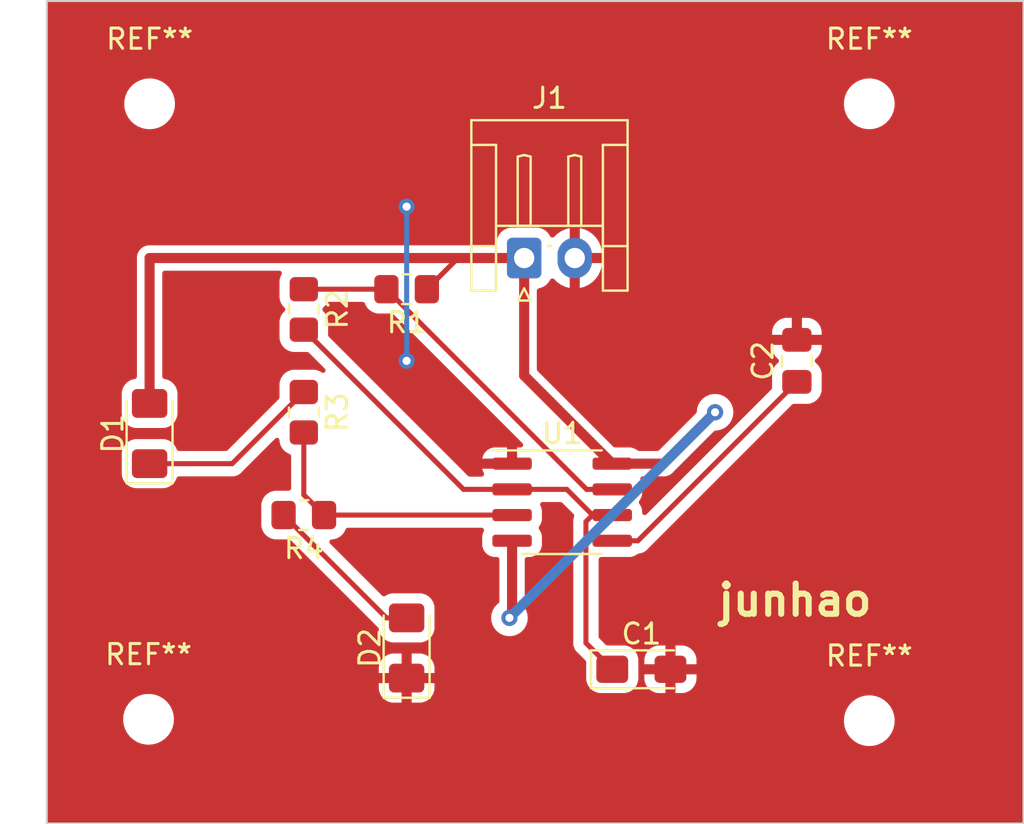
<source format=kicad_pcb>
(kicad_pcb (version 20221018) (generator pcbnew)
  (layers (0 "F.Cu" signal) (31 "B.Cu" signal) (34 "B.Paste" user) (35 "F.Paste" user) (36 "B.SilkS" user "B.Silkscreen") (37 "F.SilkS" user "F.Silkscreen") (38 "B.Mask" user) (39 "F.Mask" user) (44 "Edge.Cuts" user))
  (net 0 "")
  (net 1 "/pin_2")
  (net 2 "GND")
  (net 3 "Net-(U1-CV)")
  (net 4 "Net-(D1-K)")
  (net 5 "+9V")
  (net 6 "Net-(D2-A)")
  (net 7 "/pin_7")
  (net 8 "/pin_3")
  (footprint "MountingHole:MountingHole_2mm" (layer "F.Cu") (at 185.42 119.38)
    (fp_text reference "REF**" (at 0 -3.2) (layer "F.SilkS"))
    (fp_text value "MountingHole_2mm")
    (pad "" np_thru_hole circle (at 0 0) (size 2 2) (drill 2) (layers "F&B.Cu" "*.Mask"))
  )
  (footprint "Resistor_SMD:R_0805_2012Metric_Pad1.20x1.40mm_HandSolder" (layer "F.Cu") (at 157.48 109.22 180)
    (fp_text reference "R4" (at 0 -1.65) (layer "F.SilkS"))
    (fp_text value "1k")
    (fp_line (start -0.227064 -0.735) (end 0.227064 -0.735) (stroke (width 0.12)) (layer "F.SilkS"))
    (fp_line (start -0.227064 0.735) (end 0.227064 0.735) (stroke (width 0.12)) (layer "F.SilkS"))
    (pad "1" smd roundrect (at -1 0 180) (size 1.2 1.4) (layers "F.Cu" "F.Paste" "F.Mask") (roundrect_rratio 0.208333) (net 8 "/pin_3"))
    (pad "2" smd roundrect (at 1 0 180) (size 1.2 1.4) (layers "F.Cu" "F.Paste" "F.Mask") (roundrect_rratio 0.208333) (net 6 "Net-(D2-A)"))
  )
  (footprint "Package_SO:SOIC-8_3.9x4.9mm_P1.27mm" (layer "F.Cu") (at 170.245 108.585)
    (fp_text reference "U1" (at 0 -3.4) (layer "F.SilkS"))
    (fp_text value "NE555D")
    (fp_line (start 0 -2.56) (end -3.45 -2.56) (stroke (width 0.12)) (layer "F.SilkS"))
    (fp_line (start 0 -2.56) (end 1.95 -2.56) (stroke (width 0.12)) (layer "F.SilkS"))
    (fp_line (start 0 2.56) (end -1.95 2.56) (stroke (width 0.12)) (layer "F.SilkS"))
    (fp_line (start 0 2.56) (end 1.95 2.56) (stroke (width 0.12)) (layer "F.SilkS"))
    (pad "1" smd roundrect (at -2.475 -1.905) (size 1.95 0.6) (layers "F.Cu" "F.Paste" "F.Mask") (net 2 "GND"))
    (pad "2" smd roundrect (at -2.475 -0.635) (size 1.95 0.6) (layers "F.Cu" "F.Paste" "F.Mask") (net 1 "/pin_2"))
    (pad "3" smd roundrect (at -2.475 0.635) (size 1.95 0.6) (layers "F.Cu" "F.Paste" "F.Mask") (net 8 "/pin_3"))
    (pad "4" smd roundrect (at -2.475 1.905) (size 1.95 0.6) (layers "F.Cu" "F.Paste" "F.Mask") (net 5 "+9V"))
    (pad "5" smd roundrect (at 2.475 1.905) (size 1.95 0.6) (layers "F.Cu" "F.Paste" "F.Mask") (net 3 "Net-(U1-CV)"))
    (pad "6" smd roundrect (at 2.475 0.635) (size 1.95 0.6) (layers "F.Cu" "F.Paste" "F.Mask") (net 1 "/pin_2"))
    (pad "7" smd roundrect (at 2.475 -0.635) (size 1.95 0.6) (layers "F.Cu" "F.Paste" "F.Mask") (net 7 "/pin_7"))
    (pad "8" smd roundrect (at 2.475 -1.905) (size 1.95 0.6) (layers "F.Cu" "F.Paste" "F.Mask") (net 5 "+9V"))
  )
  (footprint "Resistor_SMD:R_0805_2012Metric_Pad1.20x1.40mm_HandSolder" (layer "F.Cu") (at 157.48 99.06 -90)
    (fp_text reference "R2" (at 0 -1.65 90) (layer "F.SilkS"))
    (fp_text value "10k")
    (fp_line (start -0.227064 -0.735) (end 0.227064 -0.735) (stroke (width 0.12)) (layer "F.SilkS"))
    (fp_line (start -0.227064 0.735) (end 0.227064 0.735) (stroke (width 0.12)) (layer "F.SilkS"))
    (pad "1" smd roundrect (at -1 0 270) (size 1.2 1.4) (layers "F.Cu" "F.Paste" "F.Mask") (roundrect_rratio 0.208333) (net 7 "/pin_7"))
    (pad "2" smd roundrect (at 1 0 270) (size 1.2 1.4) (layers "F.Cu" "F.Paste" "F.Mask") (roundrect_rratio 0.208333) (net 1 "/pin_2"))
  )
  (footprint "MountingHole:MountingHole_2mm" (layer "F.Cu") (at 149.807335 119.311655)
    (fp_text reference "REF**" (at 0 -3.2) (layer "F.SilkS"))
    (fp_text value "MountingHole_2mm")
    (pad "" np_thru_hole circle (at 0 0) (size 2 2) (drill 2) (layers "F&B.Cu" "*.Mask"))
  )
  (footprint "MountingHole:MountingHole_2mm" (layer "F.Cu") (at 149.86 88.9)
    (fp_text reference "REF**" (at 0 -3.2) (layer "F.SilkS"))
    (fp_text value "MountingHole_2mm")
    (pad "" np_thru_hole circle (at 0 0) (size 2 2) (drill 2) (layers "F&B.Cu" "*.Mask"))
  )
  (footprint "Resistor_SMD:R_0805_2012Metric_Pad1.20x1.40mm_HandSolder" (layer "F.Cu") (at 157.48 104.14 -90)
    (fp_text reference "R3" (at 0 -1.65 90) (layer "F.SilkS"))
    (fp_text value "1k")
    (fp_line (start -0.227064 -0.735) (end 0.227064 -0.735) (stroke (width 0.12)) (layer "F.SilkS"))
    (fp_line (start -0.227064 0.735) (end 0.227064 0.735) (stroke (width 0.12)) (layer "F.SilkS"))
    (pad "1" smd roundrect (at -1 0 270) (size 1.2 1.4) (layers "F.Cu" "F.Paste" "F.Mask") (roundrect_rratio 0.208333) (net 4 "Net-(D1-K)"))
    (pad "2" smd roundrect (at 1 0 270) (size 1.2 1.4) (layers "F.Cu" "F.Paste" "F.Mask") (roundrect_rratio 0.208333) (net 8 "/pin_3"))
  )
  (footprint "LED_SMD:LED_1206_3216Metric_Pad1.42x1.75mm_HandSolder" (layer "F.Cu") (at 149.86 105.1925 90)
    (fp_text reference "D1" (at 0 -1.82 90) (layer "F.SilkS"))
    (fp_text value "LED")
    (fp_line (start -2.46 -1.135) (end -2.46 1.135) (stroke (width 0.12)) (layer "F.SilkS"))
    (fp_line (start -2.46 1.135) (end 1.6 1.135) (stroke (width 0.12)) (layer "F.SilkS"))
    (fp_line (start 1.6 -1.135) (end -2.46 -1.135) (stroke (width 0.12)) (layer "F.SilkS"))
    (pad "1" smd roundrect (at -1.4875 0 90) (size 1.425 1.75) (layers "F.Cu" "F.Paste" "F.Mask") (roundrect_rratio 0.175439) (net 4 "Net-(D1-K)"))
    (pad "2" smd roundrect (at 1.4875 0 90) (size 1.425 1.75) (layers "F.Cu" "F.Paste" "F.Mask") (roundrect_rratio 0.175439) (net 5 "+9V"))
  )
  (footprint "MountingHole:MountingHole_2mm" (layer "F.Cu") (at 185.42 88.9)
    (fp_text reference "REF**" (at 0 -3.2) (layer "F.SilkS"))
    (fp_text value "MountingHole_2mm")
    (pad "" np_thru_hole circle (at 0 0) (size 2 2) (drill 2) (layers "*.Cu" "*.Mask"))
  )
  (footprint "Resistor_SMD:R_0805_2012Metric_Pad1.20x1.40mm_HandSolder" (layer "F.Cu") (at 162.56 98.06 180)
    (fp_text reference "R1" (at 0 -1.65) (layer "F.SilkS"))
    (fp_text value "1k")
    (fp_line (start -0.227064 -0.735) (end 0.227064 -0.735) (stroke (width 0.12)) (layer "F.SilkS"))
    (fp_line (start -0.227064 0.735) (end 0.227064 0.735) (stroke (width 0.12)) (layer "F.SilkS"))
    (pad "1" smd roundrect (at -1 0 180) (size 1.2 1.4) (layers "F.Cu" "F.Paste" "F.Mask") (roundrect_rratio 0.208333) (net 5 "+9V"))
    (pad "2" smd roundrect (at 1 0 180) (size 1.2 1.4) (layers "F.Cu" "F.Paste" "F.Mask") (roundrect_rratio 0.208333) (net 7 "/pin_7"))
  )
  (footprint "LED_SMD:LED_1206_3216Metric_Pad1.42x1.75mm_HandSolder" (layer "F.Cu") (at 162.56 115.7875 90)
    (fp_text reference "D2" (at 0 -1.82 90) (layer "F.SilkS"))
    (fp_text value "LED")
    (fp_line (start -2.46 -1.135) (end -2.46 1.135) (stroke (width 0.12)) (layer "F.SilkS"))
    (fp_line (start -2.46 1.135) (end 1.6 1.135) (stroke (width 0.12)) (layer "F.SilkS"))
    (fp_line (start 1.6 -1.135) (end -2.46 -1.135) (stroke (width 0.12)) (layer "F.SilkS"))
    (pad "1" smd roundrect (at -1.4875 0 90) (size 1.425 1.75) (layers "F.Cu" "F.Paste" "F.Mask") (roundrect_rratio 0.175439) (net 2 "GND"))
    (pad "2" smd roundrect (at 1.4875 0 90) (size 1.425 1.75) (layers "F.Cu" "F.Paste" "F.Mask") (roundrect_rratio 0.175439) (net 6 "Net-(D2-A)"))
  )
  (footprint "Capacitor_Tantalum_SMD:CP_EIA-3216-18_Kemet-A_Pad1.58x1.35mm_HandSolder" (layer "F.Cu") (at 174.1575 116.84)
    (fp_text reference "C1" (at 0 -1.75) (layer "F.SilkS"))
    (fp_text value "10uF")
    (fp_line (start -2.485 -0.935) (end -2.485 0.935) (stroke (width 0.12)) (layer "F.SilkS"))
    (fp_line (start -2.485 0.935) (end 1.6 0.935) (stroke (width 0.12)) (layer "F.SilkS"))
    (fp_line (start 1.6 -0.935) (end -2.485 -0.935) (stroke (width 0.12)) (layer "F.SilkS"))
    (pad "1" smd roundrect (at -1.4375 0) (size 1.575 1.35) (layers "F.Cu" "F.Paste" "F.Mask") (roundrect_rratio 0.185185) (net 1 "/pin_2"))
    (pad "2" smd roundrect (at 1.4375 0) (size 1.575 1.35) (layers "F.Cu" "F.Paste" "F.Mask") (roundrect_rratio 0.185185) (net 2 "GND"))
  )
  (footprint "Connector_JST:JST_EH_S2B-EH_1x02_P2.50mm_Horizontal" (layer "F.Cu") (at 168.3675 96.52)
    (fp_text reference "J1" (at 1.25 -7.9) (layer "F.SilkS"))
    (fp_text value "Conn_01x02_Pin")
    (fp_line (start -2.61 -6.81) (end 5.11 -6.81) (stroke (width 0.12)) (layer "F.SilkS"))
    (fp_line (start -2.61 -5.59) (end -1.39 -5.59) (stroke (width 0.12)) (layer "F.SilkS"))
    (fp_line (start -2.61 1.61) (end -2.61 -6.81) (stroke (width 0.12)) (layer "F.SilkS"))
    (fp_line (start -1.39 -5.59) (end -1.39 -0.59) (stroke (width 0.12)) (layer "F.SilkS"))
    (fp_line (start -1.39 -1.59) (end 3.89 -1.59) (stroke (width 0.12)) (layer "F.SilkS"))
    (fp_line (start -1.39 -0.59) (end -2.61 -0.59) (stroke (width 0.12)) (layer "F.SilkS"))
    (fp_line (start -1.39 -0.59) (end -1.39 1.61) (stroke (width 0.12)) (layer "F.SilkS"))
    (fp_line (start -1.39 1.61) (end -2.61 1.61) (stroke (width 0.12)) (layer "F.SilkS"))
    (fp_line (start -0.32 -5.01) (end 0 -5.09) (stroke (width 0.12)) (layer "F.SilkS"))
    (fp_line (start -0.32 -1.59) (end -0.32 -5.01) (stroke (width 0.12)) (layer "F.SilkS"))
    (fp_line (start -0.3 2.1) (end 0.3 2.1) (stroke (width 0.12)) (layer "F.SilkS"))
    (fp_line (start 0 -5.09) (end 0.32 -5.01) (stroke (width 0.12)) (layer "F.SilkS"))
    (fp_line (start 0 -1.59) (end -0.32 -1.59) (stroke (width 0.12)) (layer "F.SilkS"))
    (fp_line (start 0 1.5) (end -0.3 2.1) (stroke (width 0.12)) (layer "F.SilkS"))
    (fp_line (start 0.3 2.1) (end 0 1.5) (stroke (width 0.12)) (layer "F.SilkS"))
    (fp_line (start 0.32 -5.01) (end 0.32 -1.59) (stroke (width 0.12)) (layer "F.SilkS"))
    (fp_line (start 0.32 -1.59) (end 0 -1.59) (stroke (width 0.12)) (layer "F.SilkS"))
    (fp_line (start 1.17 -0.59) (end 1.33 -0.59) (stroke (width 0.12)) (layer "F.SilkS"))
    (fp_line (start 2.18 -5.01) (end 2.5 -5.09) (stroke (width 0.12)) (layer "F.SilkS"))
    (fp_line (start 2.18 -1.59) (end 2.18 -5.01) (stroke (width 0.12)) (layer "F.SilkS"))
    (fp_line (start 2.5 -5.09) (end 2.82 -5.01) (stroke (width 0.12)) (layer "F.SilkS"))
    (fp_line (start 2.5 -1.59) (end 2.18 -1.59) (stroke (width 0.12)) (layer "F.SilkS"))
    (fp_line (start 2.82 -5.01) (end 2.82 -1.59) (stroke (width 0.12)) (layer "F.SilkS"))
    (fp_line (start 2.82 -1.59) (end 2.5 -1.59) (stroke (width 0.12)) (layer "F.SilkS"))
    (fp_line (start 3.89 -5.59) (end 3.89 -0.59) (stroke (width 0.12)) (layer "F.SilkS"))
    (fp_line (start 3.89 -0.59) (end 5.11 -0.59) (stroke (width 0.12)) (layer "F.SilkS"))
    (fp_line (start 3.89 1.61) (end 3.89 -0.59) (stroke (width 0.12)) (layer "F.SilkS"))
    (fp_line (start 5.11 -6.81) (end 5.11 1.61) (stroke (width 0.12)) (layer "F.SilkS"))
    (fp_line (start 5.11 -5.59) (end 3.89 -5.59) (stroke (width 0.12)) (layer "F.SilkS"))
    (fp_line (start 5.11 1.61) (end 3.89 1.61) (stroke (width 0.12)) (layer "F.SilkS"))
    (pad "1" thru_hole roundrect (at 0 0) (size 1.7 2) (drill 1) (layers "*.Cu" "*.Mask") (roundrect_rratio 0.147059) (net 5 "+9V"))
    (pad "2" thru_hole oval (at 2.5 0) (size 1.7 2) (drill 1) (layers "*.Cu" "*.Mask") (net 2 "GND"))
  )
  (footprint "Capacitor_SMD:C_0805_2012Metric_Pad1.18x1.45mm_HandSolder" (layer "F.Cu") (at 181.8425 101.6 90)
    (fp_text reference "C2" (at 0 -1.68 90) (layer "F.SilkS"))
    (fp_text value "0.01uF")
    (fp_line (start -0.261252 -0.735) (end 0.261252 -0.735) (stroke (width 0.12)) (layer "F.SilkS"))
    (fp_line (start -0.261252 0.735) (end 0.261252 0.735) (stroke (width 0.12)) (layer "F.SilkS"))
    (pad "1" smd roundrect (at -1.0375 0 90) (size 1.175 1.45) (layers "F.Cu" "F.Paste" "F.Mask") (roundrect_rratio 0.212766) (net 3 "Net-(U1-CV)"))
    (pad "2" smd roundrect (at 1.0375 0 90) (size 1.175 1.45) (layers "F.Cu" "F.Paste" "F.Mask") (roundrect_rratio 0.212766) (net 2 "GND"))
  )
  (gr_rect (start 144.78 83.82) (end 193.04 124.46) (stroke (width 0.1)) (fill none) (layer "Edge.Cuts"))
  (gr_text "junhao" (at 177.8 114.3) (layer "F.SilkS") (effects (font (size 1.5 1.5) (thickness 0.3) bold) (justify left bottom)))
  (segment (start 172.72 116.84) (end 171.42 115.54) (width 0.25) (layer "F.Cu") (net 1))
  (segment (start 171.42 115.54) (end 171.42 109.545001) (width 0.25) (layer "F.Cu") (net 1))
  (segment (start 170.475001 107.95) (end 167.77 107.95) (width 0.25) (layer "F.Cu") (net 1))
  (segment (start 157.48 100.06) (end 165.37 107.95) (width 0.25) (layer "F.Cu") (net 1))
  (segment (start 172.72 109.22) (end 171.745001 109.22) (width 0.25) (layer "F.Cu") (net 1))
  (segment (start 165.37 107.95) (end 167.77 107.95) (width 0.25) (layer "F.Cu") (net 1))
  (segment (start 171.745001 109.22) (end 170.475001 107.95) (width 0.25) (layer "F.Cu") (net 1))
  (segment (start 171.42 109.545001) (end 171.745001 109.22) (width 0.25) (layer "F.Cu") (net 1))
  (via (at 162.56 93.98) (size 0.8) (drill 0.4) (layers "F.Cu" "B.Cu") (net 2))
  (via (at 162.56 101.6) (size 0.8) (drill 0.4) (layers "F.Cu" "B.Cu") (net 2))
  (segment (start 162.56 101.6) (end 162.56 93.98) (width 0.25) (layer "B.Cu") (net 2))
  (segment (start 173.99 110.49) (end 172.72 110.49) (width 0.25) (layer "F.Cu") (net 3))
  (segment (start 181.8425 102.6375) (end 173.99 110.49) (width 0.25) (layer "F.Cu") (net 3))
  (segment (start 153.94 106.68) (end 157.48 103.14) (width 0.25) (layer "F.Cu") (net 4))
  (segment (start 149.86 106.68) (end 153.94 106.68) (width 0.25) (layer "F.Cu") (net 4))
  (segment (start 167.77 110.49) (end 167.77 114.17) (width 0.5) (layer "F.Cu") (net 5))
  (segment (start 168.3675 102.3275) (end 172.72 106.68) (width 0.5) (layer "F.Cu") (net 5))
  (segment (start 149.86 96.52) (end 149.86 103.705) (width 0.5) (layer "F.Cu") (net 5))
  (segment (start 177.8 104.14) (end 175.26 106.68) (width 0.25) (layer "F.Cu") (net 5))
  (segment (start 168.3675 96.52) (end 168.3675 102.3275) (width 0.5) (layer "F.Cu") (net 5))
  (segment (start 165.1 96.52) (end 163.56 98.06) (width 0.25) (layer "F.Cu") (net 5))
  (segment (start 175.26 106.68) (end 172.72 106.68) (width 0.5) (layer "F.Cu") (net 5))
  (segment (start 167.77 114.17) (end 167.64 114.3) (width 0.25) (layer "F.Cu") (net 5))
  (segment (start 168.3675 96.52) (end 165.1 96.52) (width 0.25) (layer "F.Cu") (net 5))
  (segment (start 168.3675 96.52) (end 149.86 96.52) (width 0.5) (layer "F.Cu") (net 5))
  (via (at 177.8 104.14) (size 0.8) (drill 0.4) (layers "F.Cu" "B.Cu") (net 5))
  (via (at 167.64 114.3) (size 0.8) (drill 0.4) (layers "F.Cu" "B.Cu") (net 5))
  (segment (start 167.64 114.3) (end 177.8 104.14) (width 0.5) (layer "B.Cu") (net 5))
  (segment (start 161.56 114.3) (end 156.48 109.22) (width 0.25) (layer "F.Cu") (net 6))
  (segment (start 162.56 114.3) (end 161.56 114.3) (width 0.25) (layer "F.Cu") (net 6))
  (segment (start 161.56 98.06) (end 171.45 107.95) (width 0.25) (layer "F.Cu") (net 7))
  (segment (start 157.48 98.06) (end 161.56 98.06) (width 0.25) (layer "F.Cu") (net 7))
  (segment (start 171.45 107.95) (end 172.72 107.95) (width 0.25) (layer "F.Cu") (net 7))
  (segment (start 157.48 105.14) (end 157.48 108.22) (width 0.25) (layer "F.Cu") (net 8))
  (segment (start 158.48 109.22) (end 167.77 109.22) (width 0.25) (layer "F.Cu") (net 8))
  (segment (start 157.48 108.22) (end 158.48 109.22) (width 0.25) (layer "F.Cu") (net 8))
  (zone (net 2) (net_name "GND") (layer "F.Cu") (connect_pads (clearance 0.5)) (min_thickness 0.25) (fill yes (thermal_gap 0.5) (thermal_bridge_width 0.5))
    (polygon (pts (xy 144.78 83.82) (xy 193.04 83.82) (xy 193.04 124.46) (xy 144.78 124.46)))
  )
)
</source>
